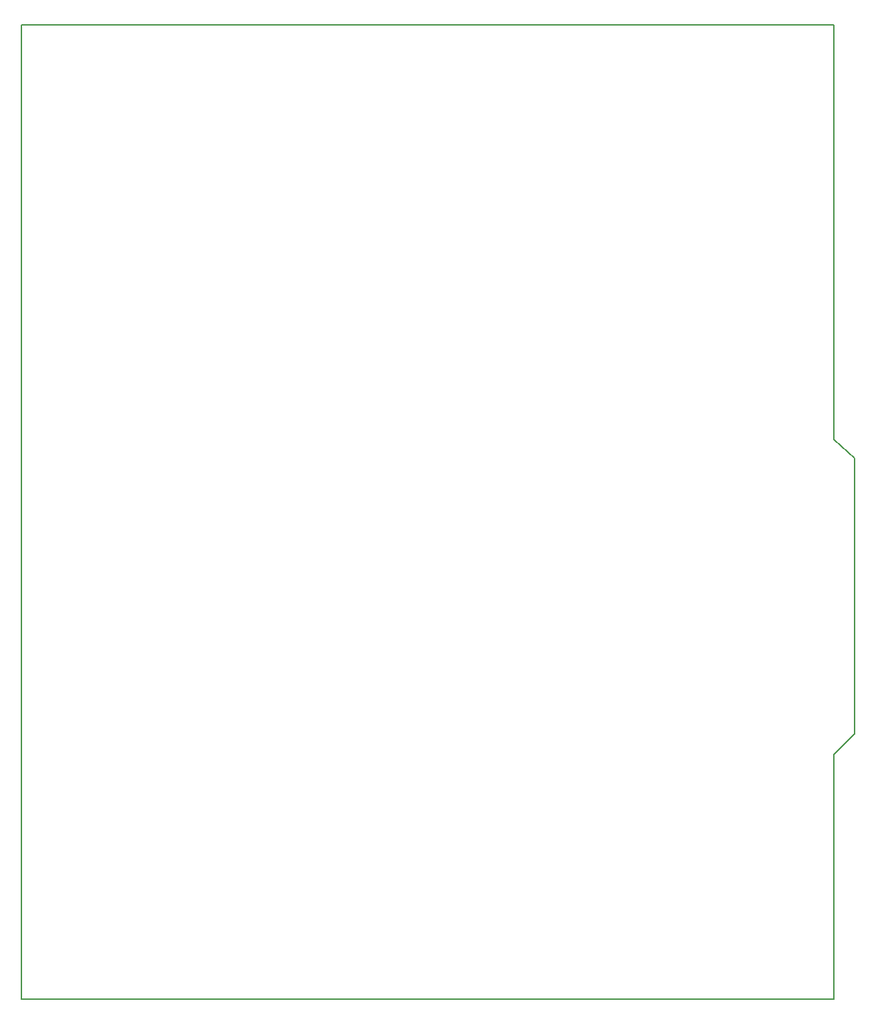
<source format=gbr>
G04 #@! TF.GenerationSoftware,KiCad,Pcbnew,5.1.5+dfsg1-2*
G04 #@! TF.CreationDate,2019-12-30T01:08:29+00:00*
G04 #@! TF.ProjectId,arduino_duo_shield,61726475-696e-46f5-9f64-756f5f736869,rev?*
G04 #@! TF.SameCoordinates,PX6258c20PY7445a00*
G04 #@! TF.FileFunction,Profile,NP*
%FSLAX46Y46*%
G04 Gerber Fmt 4.6, Leading zero omitted, Abs format (unit mm)*
G04 Created by KiCad (PCBNEW 5.1.5+dfsg1-2) date 2019-12-30 01:08:29*
%MOMM*%
%LPD*%
G04 APERTURE LIST*
%ADD10C,0.150000*%
G04 APERTURE END LIST*
D10*
X0Y-27940000D02*
X0Y91440000D01*
X0Y91440000D02*
X99568000Y91440000D01*
X99568000Y-27940000D02*
X0Y-27940000D01*
X99568000Y2032000D02*
X99568000Y-27940000D01*
X102108000Y4572000D02*
X99568000Y2032000D01*
X102108000Y38354000D02*
X102108000Y4572000D01*
X99568000Y40640000D02*
X102108000Y38354000D01*
X99568000Y91440000D02*
X99568000Y40640000D01*
M02*

</source>
